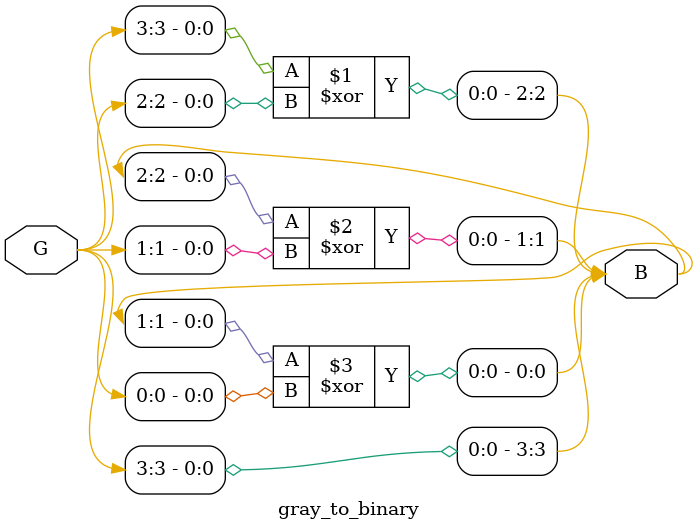
<source format=v>
`timescale 1ns / 1ps
module gray_to_binary(
    input [3:0] G,
    output [3:0] B
    );
	 assign B[3]=G[3];
	 xor(B[2],G[3],G[2]);
	 xor(B[1],B[2],G[1]);
	 xor(B[0],B[1],G[0]);
	 


endmodule

</source>
